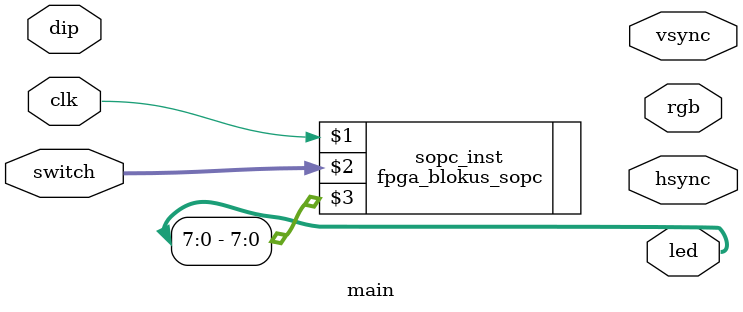
<source format=v>
module main(switch, dip, clk, led, hsync, vsync, rgb);
	input [2:0]switch;
	input [9:0]dip;
	input clk;
	
	output [9:0]led;
	output hsync, vsync;
	output [11:0] rgb;
	
//	assign led = dip;
	
//	VGA vga_inst(clk, hsync, vsync, rgb);
	fpga_blokus_sopc sopc_inst(
		clk, switch, led[7:0]
	);
endmodule
</source>
